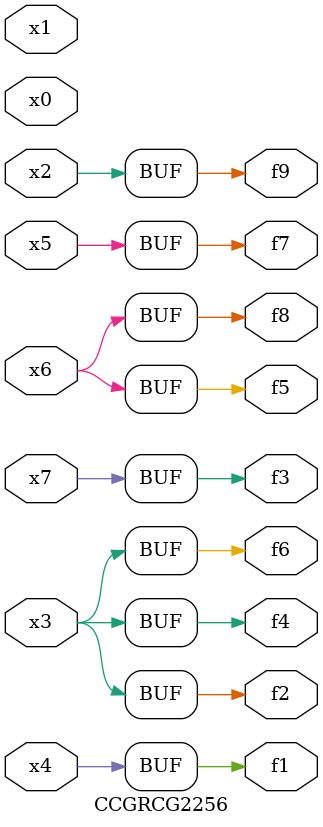
<source format=v>
module CCGRCG2256(
	input x0, x1, x2, x3, x4, x5, x6, x7,
	output f1, f2, f3, f4, f5, f6, f7, f8, f9
);
	assign f1 = x4;
	assign f2 = x3;
	assign f3 = x7;
	assign f4 = x3;
	assign f5 = x6;
	assign f6 = x3;
	assign f7 = x5;
	assign f8 = x6;
	assign f9 = x2;
endmodule

</source>
